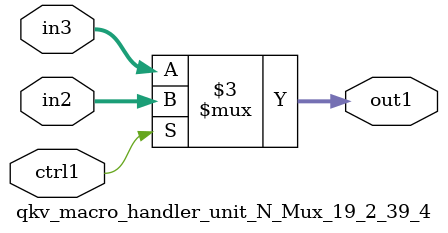
<source format=v>

`timescale 1ps / 1ps


module qkv_macro_handler_unit_N_Mux_19_2_39_4( in3, in2, ctrl1, out1 );

    input [18:0] in3;
    input [18:0] in2;
    input ctrl1;
    output [18:0] out1;
    reg [18:0] out1;

    
    // rtl_process:qkv_macro_handler_unit_N_Mux_19_2_39_4/qkv_macro_handler_unit_N_Mux_19_2_39_4_thread_1
    always @*
      begin : qkv_macro_handler_unit_N_Mux_19_2_39_4_thread_1
        case (ctrl1) 
          1'b1: 
            begin
              out1 = in2;
            end
          default: 
            begin
              out1 = in3;
            end
        endcase
      end

endmodule



</source>
